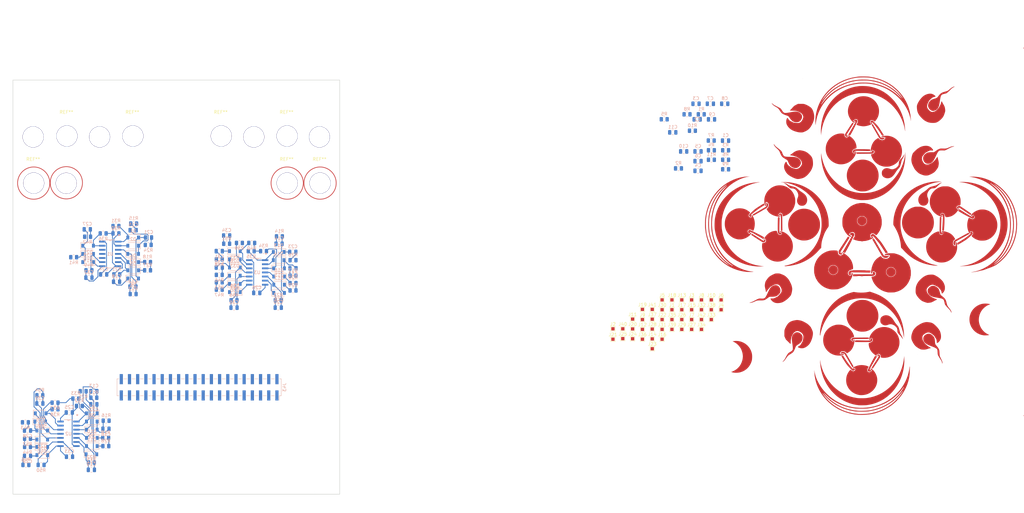
<source format=kicad_pcb>
(kicad_pcb (version 20211014) (generator pcbnew)
  (layers (0 "F.Cu" signal) (31 "B.Cu" signal) (34 "B.Paste" user) (35 "F.Paste" user) (36 "B.SilkS" user "B.Silkscreen") (37 "F.SilkS" user "F.Silkscreen") (38 "B.Mask" user) (39 "F.Mask" user) (44 "Edge.Cuts" user))
  (net 0 "")
  (net 1 "Net-(D13-Pad2)")
  (net 2 "Net-(D14-Pad2)")
  (net 3 "Net-(C14-Pad1)")
  (net 4 "Net-(C14-Pad2)")
  (net 5 "Net-(C20-Pad1)")
  (net 6 "Net-(C20-Pad2)")
  (net 7 "GND")
  (net 8 "Net-(C34-Pad2)")
  (net 9 "Net-(C34-Pad1)")
  (net 10 "Net-(C36-Pad1)")
  (net 11 "Net-(C36-Pad2)")
  (net 12 "Net-(D33-Pad2)")
  (net 13 "Net-(D32-Pad2)")
  (net 14 "+12V")
  (net 15 "Net-(D7-Pad2)")
  (net 16 "Net-(D8-Pad2)")
  (net 17 "Net-(C13-Pad1)")
  (net 18 "Net-(C13-Pad2)")
  (net 19 "Net-(C19-Pad1)")
  (net 20 "Net-(C19-Pad2)")
  (net 21 "Net-(C33-Pad2)")
  (net 22 "Net-(C33-Pad1)")
  (net 23 "Net-(C35-Pad1)")
  (net 24 "Net-(C35-Pad2)")
  (net 25 "Net-(D27-Pad2)")
  (net 26 "Net-(D26-Pad2)")
  (net 27 "Net-(D1-Pad2)")
  (net 28 "Net-(D2-Pad2)")
  (net 29 "Net-(C12-Pad1)")
  (net 30 "Net-(C12-Pad2)")
  (net 31 "Net-(C18-Pad1)")
  (net 32 "Net-(C18-Pad2)")
  (net 33 "Net-(C32-Pad2)")
  (net 34 "Net-(C32-Pad1)")
  (net 38 "Net-(D21-Pad2)")
  (net 39 "LMIN8")
  (net 40 "TRIG")
  (net 41 "LMIN10")
  (net 42 "F1")
  (net 43 "F2")
  (net 44 "C2amped")
  (net 45 "F7")
  (net 46 "F8")
  (net 47 "F3")
  (net 48 "F4")
  (net 49 "LMIN7")
  (net 50 "LMIN6")
  (net 51 "LMIN3")
  (net 52 "LMIN2")
  (net 53 "LMIN1")
  (net 54 "C1amped")
  (net 55 "F5")
  (net 56 "F6")
  (net 57 "LMIN0")
  (net 58 "LMIN4")
  (net 59 "LMIN9")
  (net 60 "LMIN5")
  (net 61 "Net-(C23-Pad1)")
  (net 62 "ADC12")
  (net 63 "ADC0")
  (net 64 "ADC4")
  (net 65 "Net-(C22-Pad1)")
  (net 66 "Net-(C21-Pad1)")
  (net 67 "Net-(C15-Pad1)")
  (net 68 "ADC5")
  (net 69 "ADC1")
  (net 70 "ADC13")
  (net 71 "Net-(C17-Pad1)")
  (net 72 "Net-(C16-Pad1)")
  (net 73 "ADC14")
  (net 74 "Net-(C3-Pad1)")
  (net 75 "Net-(C2-Pad1)")
  (net 76 "Net-(C1-Pad1)")
  (net 77 "ADC3")
  (net 78 "ADC7")
  (net 79 "Net-(C4-Pad1)")
  (net 80 "Net-(C5-Pad1)")
  (net 81 "Net-(C7-Pad1)")
  (net 82 "Net-(C27-Pad1)")
  (net 83 "Net-(C28-Pad1)")
  (net 84 "ADC2")
  (net 85 "Net-(C29-Pad1)")
  (net 86 "Net-(C30-Pad1)")
  (net 87 "ADC6")
  (net 88 "Net-(C11-Pad1)")
  (net 89 "Net-(C10-Pad1)")
  (net 90 "Net-(C9-Pad1)")
  (net 91 "Net-(C8-Pad1)")
  (net 92 "Net-(C6-Pad1)")
  (net 93 "Net-(C31-Pad1)")
  (net 94 "Net-(C29-Pad2)")
  (net 95 "Net-(C28-Pad2)")
  (net 96 "Net-(C30-Pad2)")
  (net 97 "Net-(C17-Pad2)")
  (net 98 "Net-(C31-Pad2)")
  (net 99 "Net-(C27-Pad2)")
  (net 100 "Net-(C21-Pad2)")
  (net 101 "Net-(C15-Pad2)")
  (net 102 "Net-(C22-Pad2)")
  (net 103 "Net-(C16-Pad2)")
  (net 104 "Net-(C23-Pad2)")
  (net 105 "C4amped")
  (net 106 "+3V3")
  (net 108 "PWM3amped")
  (net 109 "PWM4amped")
  (net 110 "C3amped")
  (net 111 "PWM2amped")
  (net 112 "TRIGG")
  (net 115 "PWMxamped")
  (net 116 "PWM1amped")
  (footprint "TestPoint:TestPoint_Pad_1.0x1.0mm" (layer "F.Cu") (at 223.02 86.492)
    (fp_text reference "J18")
    (fp_text value "Conn_01x01")
  )
  (footprint "TestPoint:TestPoint_Pad_1.0x1.0mm" (layer "F.Cu") (at 223.02 95.642)
    (fp_text reference "J39")
    (fp_text value "Conn_01x01")
  )
  (footprint "TestPoint:TestPoint_Pad_1.0x1.0mm" (layer "F.Cu") (at 226.07 92.592)
    (fp_text reference "J26")
    (fp_text value "Conn_01x01")
  )
  (footprint "Mounting_Holes:MountingHole_3.2mm_M3" (layer "F.Cu") (at 25.898 144.178)
    (fp_text reference "REF**")
    (fp_text value "MountingHole_3.2mm_M3")
  )
  (footprint "TestPoint:TestPoint_Pad_1.0x1.0mm" (layer "F.Cu") (at 226.07 86.492)
    (fp_text reference "J13")
    (fp_text value "Conn_01x01")
  )
  (footprint "TestPoint:TestPoint_Pad_1.0x1.0mm" (layer "F.Cu") (at 207.77 95.462)
    (fp_text reference "J40")
    (fp_text value "Conn_01x01")
  )
  (footprint "new_kicad:MountingHole_6.4mm_M6WITHCIRCLE" (layer "F.Cu") (at 35.248 50.278)
    (fp_text reference "REF**")
    (fp_text value "MountingHole_6.4mm_M6")
  )
  (footprint "TestPoint:TestPoint_Pad_1.0x1.0mm" (layer "F.Cu") (at 213.87 92.592)
    (fp_text reference "J9")
    (fp_text value "Conn_01x01")
  )
  (footprint "TestPoint:TestPoint_Pad_1.0x1.0mm" (layer "F.Cu") (at 232.17 92.592)
    (fp_text reference "J42")
    (fp_text value "Conn_01x01")
  )
  (footprint "TestPoint:TestPoint_Pad_1.0x1.0mm" (layer "F.Cu") (at 213.87 89.442)
    (fp_text reference "J19")
    (fp_text value "Conn_01x01")
  )
  (footprint "TestPoint:TestPoint_Pad_1.0x1.0mm" (layer "F.Cu") (at 216.92 98.592)
    (fp_text reference "J14")
    (fp_text value "Conn_01x01")
  )
  (footprint "TestPoint:TestPoint_Pad_1.0x1.0mm" (layer "F.Cu") (at 226.07 95.642)
    (fp_text reference "J29")
    (fp_text value "Conn_01x01")
  )
  (footprint "Mounting_Holes:MountingHole_3.2mm_M3" (layer "F.Cu") (at 25.998 21.778)
    (fp_text reference "REF**")
    (fp_text value "MountingHole_3.2mm_M3")
  )
  (footprint "Mounting_Holes:MountingHole_6.4mm_M6" (layer "F.Cu") (at 93.348 35.678)
    (fp_text reference "REF**")
    (fp_text value "MountingHole_6.4mm_M6")
  )
  (footprint "TestPoint:TestPoint_Pad_1.0x1.0mm" (layer "F.Cu") (at 219.97 86.492)
    (fp_text reference "J5")
    (fp_text value "Conn_01x01")
  )
  (footprint "TestPoint:TestPoint_Pad_1.0x1.0mm" (layer "F.Cu") (at 229.12 86.492)
    (fp_text reference "J3")
    (fp_text value "Conn_01x01")
  )
  (footprint "TestPoint:TestPoint_Pad_1.0x1.0mm" (layer "F.Cu") (at 232.17 89.542)
    (fp_text reference "J32")
    (fp_text value "Conn_01x01")
  )
  (footprint "new_kicad:MountingHole_6.4mm_M6sin" (layer "F.Cu") (at 35.248 35.678)
    (fp_text reference "REF**")
    (fp_text value "MountingHole_6.4mm_M6")
  )
  (footprint "TestPoint:TestPoint_Pad_1.0x1.0mm" (layer "F.Cu") (at 216.92 101.642)
    (fp_text reference "J23")
    (fp_text value "Conn_01x01")
  )
  (footprint "new_kicad:MountingHole_6.4mm_M6sin" (layer "F.Cu") (at 83.108 35.678)
    (fp_text reference "REF**")
    (fp_text value "MountingHole_6.4mm_M6")
  )
  (footprint "TestPoint:TestPoint_Pad_1.0x1.0mm" (layer "F.Cu") (at 238.27 89.542)
    (fp_text reference "J4")
    (fp_text value "Conn_01x01")
  )
  (footprint "TestPoint:TestPoint_Pad_1.0x1.0mm" (layer "F.Cu") (at 232.17 95.642)
    (fp_text reference "J34")
    (fp_text value "Conn_01x01")
  )
  (footprint "TestPoint:TestPoint_Pad_1.0x1.0mm" (layer "F.Cu") (at 216.92 89.442)
    (fp_text reference "J41")
    (fp_text value "Conn_01x01")
  )
  (footprint "TestPoint:TestPoint_Pad_1.0x1.0mm" (layer "F.Cu") (at 213.87 98.692)
    (fp_text reference "J36")
    (fp_text value "Conn_01x01")
  )
  (footprint "new_kicad:MountingHole_6.4mm_M6xx" (layer "F.Cu") (at 103.548 50.278)
    (fp_text reference "REF**")
    (fp_text value "MountingHole_6.4mm_M6")
  )
  (footprint "TestPoint:TestPoint_Pad_1.0x1.0mm" (layer "F.Cu") (at 229.12 92.592)
    (fp_text reference "J7")
    (fp_text value "Conn_01x01")
  )
  (footprint "TestPoint:TestPoint_Pad_1.0x1.0mm" (layer "F.Cu") (at 210.82 98.552)
    (fp_text reference "J24")
    (fp_text value "Conn_01x01")
  )
  (footprint "TestPoint:TestPoint_Pad_1.0x1.0mm" (layer "F.Cu") (at 229.12 89.542)
    (fp_text reference "J15")
    (fp_text value "Conn_01x01")
  )
  (footprint "TestPoint:TestPoint_Pad_1.0x1.0mm" (layer "F.Cu") (at 207.77 98.512)
    (fp_text reference "J25")
    (fp_text value "Conn_01x01")
  )
  (footprint "Mounting_Holes:MountingHole_3.2mm_M3" (layer "F.Cu") (at 112.348 21.778)
    (fp_text reference "REF**")
    (fp_text value "MountingHole_3.2mm_M3")
  )
  (footprint "new_kicad:MountingHole_6.4mm_M6sin" (layer "F.Cu") (at 55.698 35.678)
    (fp_text reference "REF**")
    (fp_text value "MountingHole_6.4mm_M6")
  )
  (footprint "TestPoint:TestPoint_Pad_1.0x1.0mm" (layer "F.Cu") (at 213.87 95.642)
    (fp_text reference "J12")
    (fp_text value "Conn_01x01")
  )
  (footprint "Mounting_Holes:MountingHole_6.4mm_M6" (layer "F.Cu") (at 113.708 35.678)
    (fp_text reference "REF**")
    (fp_text value "MountingHole_6.4mm_M6")
  )
  (footprint "TestPoint:TestPoint_Pad_1.0x1.0mm" (layer "F.Cu") (at 226.07 89.542)
    (fp_text reference "J17")
    (fp_text value "Conn_01x01")
  )
  (footprint "TestPoint:TestPoint_Pad_1.0x1.0mm" (layer "F.Cu") (at 219.97 95.642)
    (fp_text reference "J31")
    (fp_text value "Conn_01x01")
  )
  (footprint "TestPoint:TestPoint_Pad_1.0x1.0mm" (layer "F.Cu") (at 229.12 95.642)
    (fp_text reference "J27")
    (fp_text value "Conn_01x01")
  )
  (footprint "TestPoint:TestPoint_Pad_1.0x1.0mm" (layer "F.Cu") (at 235.22 89.542)
    (fp_text reference "J38")
    (fp_text value "Conn_01x01")
  )
  (footprint "Mounting_Holes:MountingHole_6.4mm_M6" (layer "F.Cu") (at 45.548 35.678)
    (fp_text reference "REF**")
    (fp_text value "MountingHole_6.4mm_M6")
  )
  (footprint "TestPoint:TestPoint_Pad_1.0x1.0mm" (layer "F.Cu") (at 219.97 92.592)
    (fp_text reference "J22")
    (fp_text value "Conn_01x01")
  )
  (footprint "new_kicad:MountingHole_6.4mm_M6sin" (layer "F.Cu") (at 103.518 35.678)
    (fp_text reference "REF**")
    (fp_text value "MountingHole_6.4mm_M6")
  )
  (footprint "TestPoint:TestPoint_Pad_1.0x1.0mm" (layer "F.Cu") (at 223.02 92.592)
    (fp_text reference "J35")
    (fp_text value "Conn_01x01")
  )
  (footprint "NEWtestpanelfilled:panel_moved2024" (layer "F.Cu") (at 281.432 59.69)
    (fp_text reference "G***" hide)
    (fp_text value "LOGO" hide)
  )
  (footprint "new_kicad:MountingHole_6.4mm_M6xx" (layer "F.Cu") (at 24.948 50.278)
    (fp_text reference "REF**")
    (fp_text value "MountingHole_6.4mm_M6xx")
  )
  (footprint "TestPoint:TestPoint_Pad_1.0x1.0mm" (layer "F.Cu") (at 232.17 86.492)
    (fp_text reference "J8")
    (fp_text value "Conn_01x01")
  )
  (footprint "TestPoint:TestPoint_Pad_1.0x1.0mm" (layer "F.Cu") (at 235.22 86.492)
    (fp_text reference "J10")
    (fp_text value "Conn_01x01")
  )
  (footprint "TestPoint:TestPoint_Pad_1.0x1.0mm" (layer "F.Cu") (at 219.97 89.542)
    (fp_text reference "J30")
    (fp_text value "Conn_01x01")
  )
  (footprint "new_kicad:MountingHole_6.4mm_M6xx" (layer "F.Cu") (at 113.748 50.278)
    (fp_text reference "REF**")
    (fp_text value "MountingHole_6.4mm_M6xx")
  )
  (footprint "TestPoint:TestPoint_Pad_1.0x1.0mm" (layer "F.Cu") (at 223.02 89.542)
    (fp_text reference "J1")
    (fp_text value "Conn_01x01")
  )
  (footprint "Mounting_Holes:MountingHole_6.4mm_M6" (layer "F.Cu") (at 24.938 35.678)
    (fp_text reference "REF**")
    (fp_text value "MountingHole_6.4mm_M6")
  )
  (footprint "TestPoint:TestPoint_Pad_1.0x1.0mm" (layer "F.Cu") (at 216.92 95.542)
    (fp_text reference "J28")
    (fp_text value "Conn_01x01")
  )
  (footprint "TestPoint:TestPoint_Pad_1.0x1.0mm" (layer "F.Cu") (at 204.72 98.692)
    (fp_text reference "J21")
    (fp_text value "Conn_01x01")
  )
  (footprint "TestPoint:TestPoint_Pad_1.0x1.0mm" (layer "F.Cu") (at 219.97 98.692)
    (fp_text reference "J16")
    (fp_text value "Conn_01x01")
  )
  (footprint "TestPoint:TestPoint_Pad_1.0x1.0mm" (layer "F.Cu") (at 204.72 95.462)
    (fp_text reference "J2")
    (fp_text value "Conn_01x01")
  )
  (footprint "TestPoint:TestPoint_Pad_1.0x1.0mm" (layer "F.Cu") (at 210.82 95.502)
    (fp_text reference "J20")
    (fp_text value "Conn_01x01")
  )
  (footprint "TestPoint:TestPoint_Pad_1.0x1.0mm" (layer "F.Cu") (at 210.82 92.452)
    (fp_text reference "J11")
    (fp_text value "Conn_01x01")
  )
  (footprint "Mounting_Holes:MountingHole_3.2mm_M3" (layer "F.Cu") (at 112.298 144.128)
    (fp_text reference "REF**")
    (fp_text value "MountingHole_3.2mm_M3")
  )
  (footprint "TestPoint:TestPoint_Pad_1.0x1.0mm" (layer "F.Cu") (at 238.27 86.492)
    (fp_text reference "J6")
    (fp_text value "Conn_01x01")
  )
  (footprint "TestPoint:TestPoint_Pad_1.0x1.0mm" (layer "F.Cu") (at 216.92 92.492)
    (fp_text reference "J37")
    (fp_text value "Conn_01x01")
  )
  (footprint "TestPoint:TestPoint_Pad_1.0x1.0mm" (layer "F.Cu") (at 235.22 92.592)
    (fp_text reference "J33")
    (fp_text value "Conn_01x01")
  )
  (footprint "Resistor_SMD:R_0805_2012Metric" (layer "B.Cu") (at 235.244 43.044 180)
    (fp_text reference "R11")
    (fp_text value "47K")
  )
  (footprint "Capacitor_SMD:C_0805_2012Metric" (layer "B.Cu") (at 234.93 25.676 180)
    (fp_text reference "C7")
    (fp_text value "10nF")
  )
  (footprint "Capacitor_SMD:C_0805_2012Metric" (layer "B.Cu") (at 42.9912 139.192 180)
    (fp_text reference "C19")
    (fp_text value "1nF")
  )
  (footprint "Resistor_SMD:R_0805_2012Metric" (layer "B.Cu") (at 101.2971 66.802 180)
    (fp_text reference "R14")
    (fp_text value "4M7")
  )
  (footprint "Resistor_SMD:R_0805_2012Metric" (layer "B.Cu") (at 31.7227 118.364)
    (fp_text reference "R37")
    (fp_text value "22M")
  )
  (footprint "Resistor_SMD:R_0805_2012Metric" (layer "B.Cu") (at 82.6516 73.914)
    (fp_text reference "R48")
    (fp_text value "47K")
  )
  (footprint "Resistor_SMD:R_0805_2012Metric" (layer "B.Cu") (at 92.7081 68.834)
    (fp_text reference "R40")
    (fp_text value "22M")
  )
  (footprint "Diode_SMD:D_SOD-123" (layer "B.Cu") (at 101.0656 71.628 180)
    (fp_text reference "D13")
    (fp_text value "1N914")
  )
  (footprint "Capacitor_SMD:C_0805_2012Metric" (layer "B.Cu") (at 55.877301 82.395101 180)
    (fp_text reference "C12")
    (fp_text value "1nF")
  )
  (footprint "Resistor_SMD:R_0805_2012Metric" (layer "B.Cu") (at 43.7532 116.84 180)
    (fp_text reference "R13")
    (fp_text value "4M7")
  )
  (footprint "Diode_SMD:D_SOD-123" (layer "B.Cu") (at 101.1936 81.788 180)
    (fp_text reference "D17")
    (fp_text value "1N914")
  )
  (footprint "Diode_SMD:D_SOD-123" (layer "B.Cu") (at 87.4776 76.454 180)
    (fp_text reference "D28")
    (fp_text value "1N914")
  )
  (footprint "Capacitor_SMD:C_0805_2012Metric" (layer "B.Cu") (at 231.1015 43.464 180)
    (fp_text reference "C6")
    (fp_text value "10nF")
  )
  (footprint "Resistor_SMD:R_0805_2012Metric" (layer "B.Cu") (at 84.9376 69.088 180)
    (fp_text reference "R51")
    (fp_text value "4M7")
  )
  (footprint "Resistor_SMD:R_0805_2012Metric" (layer "B.Cu") (at 100.9396 86.614 180)
    (fp_text reference "R23")
    (fp_text value "4M7")
  )
  (footprint "Diode_SMD:D_SOD-123" (layer "B.Cu") (at 87.4776 84.074 180)
    (fp_text reference "D31")
    (fp_text value "1N914")
  )
  (footprint "Resistor_SMD:R_0805_2012Metric" (layer "B.Cu") (at 46.648801 65.885101)
    (fp_text reference "R36")
    (fp_text value "22M")
  )
  (footprint "Diode_SMD:D_SOD-123" (layer "B.Cu") (at 27.1262 124.206)
    (fp_text reference "D27")
    (fp_text value "1N914")
  )
  (footprint "Resistor_SMD:R_0805_2012Metric" (layer "B.Cu") (at 27.0002 116.078 180)
    (fp_text reference "R54")
    (fp_text value "4M7")
  )
  (footprint "Capacitor_SMD:C_0805_2012Metric" (layer "B.Cu") (at 235.286 30.51 180)
    (fp_text reference "C9")
    (fp_text value "10nF")
  )
  (footprint "Diode_SMD:D_SOD-123" (layer "B.Cu") (at 41.973301 74.775101 180)
    (fp_text reference "D20")
    (fp_text value "1N914")
  )
  (footprint "Resistor_SMD:R_0805_2012Metric" (layer "B.Cu") (at 239.654 40.094 180)
    (fp_text reference "R3")
    (fp_text value "47K")
  )
  (footprint "Resistor_SMD:R_0805_2012Metric" (layer "B.Cu") (at 82.6516 78.74)
    (fp_text reference "R46")
    (fp_text value "47K")
  )
  (footprint "Capacitor_SMD:C_0805_2012Metric" (layer "B.Cu") (at 94.2696 84.328 180)
    (fp_text reference "C26")
    (fp_text value "100nF")
  )
  (footprint "Capacitor_SMD:C_0805_2012Metric" (layer "B.Cu") (at 43.7532 114.808 180)
    (fp_text reference "C13")
    (fp_text value "1nF")
  )
  (footprint "Diode_SMD:D_SOD-123" (layer "B.Cu") (at 27.7622 127 180)
    (fp_text reference "D22")
    (fp_text value "1N914")
  )
  (footprint "Diode_SMD:D_SOD-123" (layer "B.Cu") (at 55.943301 72.235101)
    (fp_text reference "D3")
    (fp_text value "1N914")
  )
  (footprint "Resistor_SMD:R_0805_2012Metric" (layer "B.Cu") (at 38.1652 117.094 180)
    (fp_text reference "R33")
    (fp_text value "22M")
  )
  (footprint "Resistor_SMD:R_0805_2012Metric" (layer "B.Cu") (at 96.3676 71.374 180)
    (fp_text reference "R34")
    (fp_text value "22M")
  )
  (footprint "Capacitor_SMD:C_0805_2012Metric" (layer "B.Cu") (at 105.4456 71.628 180)
    (fp_text reference "C23")
    (fp_text value "22pF")
  )
  (footprint "Resistor_SMD:R_0805_2012Metric" (layer "B.Cu") (at 88.8981 68.834)
    (fp_text reference "R39")
    (fp_text value "22M")
  )
  (footprint "Diode_SMD:D_SOD-123" (layer "B.Cu") (at 43.1302 129.286 180)
    (fp_text reference "D10")
    (fp_text value "1N914")
  )
  (footprint "Capacitor_SMD:C_0805_2012Metric" (layer "B.Cu") (at 36.2102 135.128 180)
    (fp_text reference "C33")
    (fp_text value "1nF")
  )
  (footprint "Resistor_SMD:R_0805_2012Metric" (layer "B.Cu") (at 105.5116 81.28 180)
    (fp_text reference "R20")
    (fp_text value "33K")
  )
  (footprint "Resistor_SMD:R_0805_2012Metric" (layer "B.Cu") (at 82.6516 81.026)
    (fp_text reference "R53")
    (fp_text value "33K")
  )
  (footprint "Capacitor_SMD:C_0805_2012Metric" (layer "B.Cu") (at 82.6516 76.454 180)
    (fp_text reference "C30")
    (fp_text value "22pF")
  )
  (footprint "Resistor_SMD:R_0805_2012Metric" (layer "B.Cu") (at 60.411801 74.775101 180)
    (fp_text reference "R18")
    (fp_text value "33K")
  )
  (footprint "Capacitor_SMD:C_0805_2012Metric" (layer "B.Cu") (at 82.6516 71.374)
    (fp_text reference "C31")
    (fp_text value "22pF")
  )
  (footprint "Diode_SMD:D_SOD-123" (layer "B.Cu") (at 101.1936 84.328)
    (fp_text reference "D18")
    (fp_text value "1N914")
  )
  (footprint "Resistor_SMD:R_0805_2012Metric" (layer "B.Cu") (at 92.5576 71.374)
    (fp_text reference "R35")
    (fp_text value "22M")
  )
  (footprint "Resistor_SMD:R_0805_2012Metric" (layer "B.Cu") (at 232.106 28.948 180)
    (fp_text reference "R1")
    (fp_text value "47K")
  )
  (footprint "Diode_SMD:D_SOD-123" (layer "B.Cu") (at 55.943301 79.855101)
    (fp_text reference "D6")
    (fp_text value "1N914")
  )
  (footprint "Resistor_SMD:R_0805_2012Metric" (layer "B.Cu") (at 239.654 43.044 180)
    (fp_text reference "R6")
    (fp_text value "47K")
  )
  (footprint "Capacitor_SMD:C_0805_2012Metric" (layer "B.Cu") (at 27.0002 118.618 180)
    (fp_text reference "C35")
    (fp_text value "1nF")
  )
  (footprint "Resistor_SMD:R_0805_2012Metric" (layer "B.Cu") (at 227.696 28.948 180)
    (fp_text reference "R8")
    (fp_text value "47K")
  )
  (footprint "Capacitor_SMD:C_0805_2012Metric" (layer "B.Cu") (at 36.1442 121.412 180)
    (fp_text reference "C25")
    (fp_text value "100nF")
  )
  (footprint "Capacitor_SMD:C_0805_2012Metric" (layer "B.Cu") (at 101.1936 69.088 180)
    (fp_text reference "C14")
    (fp_text value "1nF")
  )
  (footprint "Resistor_SMD:R_0805_2012Metric" (layer "B.Cu") (at 235.204 37.084 180)
    (fp_text reference "R7")
    (fp_text value "47K")
  )
  (footprint "Diode_SMD:D_SOD-123" (layer "B.Cu") (at 27.7622 132.08)
    (fp_text reference "D24")
    (fp_text value "1N914")
  )
  (footprint "Capacitor_SMD:C_0805_2012Metric" (layer "B.Cu") (at 239.634 37.114 180)
    (fp_text reference "C1")
    (fp_text value "10nF")
  )
  (footprint "Diode_SMD:D_SOD-123" (layer "B.Cu") (at 101.0656 74.168 180)
    (fp_text reference "D14")
    (fp_text value "1N914")
  )
  (footprint "Capacitor_SMD:C_0805_2012Metric" (layer "B.Cu") (at 84.9376 66.548 180)
    (fp_text reference "C34")
    (fp_text value "1nF")
  )
  (footprint "Diode_SMD:D_SOD-123" (layer "B.Cu") (at 87.4776 71.374)
    (fp_text reference "D32")
    (fp_text value "1N914")
  )
  (footprint "Capacitor_SMD:C_0805_2012Metric" (layer "B.Cu") (at 43.7532 118.872)
    (fp_text reference "C22")
    (fp_text value "22pF")
  )
  (footprint "Capacitor_SMD:C_0805_2012Metric" (layer "B.Cu") (at 231.1015 46.474 180)
    (fp_text reference "C4")
    (fp_text value "10nF")
  )
  (footprint "Capacitor_SMD:C_0805_2012Metric" (layer "B.Cu") (at 223.266 34.544 180)
    (fp_text reference "C11")
    (fp_text value "10nF")
  )
  (footprint "Capacitor_SMD:C_0805_2012Metric" (layer "B.Cu") (at 23.1902 127)
    (fp_text reference "C28")
    (fp_text value "22pF")
  )
  (footprint "Resistor_SMD:R_0805_2012Metric" (layer "B.Cu") (at 87.2236 86.614 180)
    (fp_text reference "R55")
    (fp_text value "4M7")
  )
  (footprint "Diode_SMD:D_SOD-123" (layer "B.Cu") (at 55.943301 77.315101 180)
    (fp_text reference "D5")
    (fp_text value "1N914")
  )
  (footprint "Capacitor_SMD:C_0805_2012Metric" (layer "B.Cu") (at 50.797301 80.871101 180)
    (fp_text reference "C18")
    (fp_text value "1nF")
  )
  (footprint "Resistor_SMD:R_0805_2012Metric" (layer "B.Cu") (at 229.362 34.036 180)
    (fp_text reference "R10")
    (fp_text value "47K")
  )
  (footprint "Resistor_SMD:R_0805_2012Metric" (layer "B.Cu") (at 50.609301 65.885101 180)
    (fp_text reference "R30")
    (fp_text value "22M")
  )
  (footprint "Resistor_SMD:R_0805_2012Metric" (layer "B.Cu") (at 22.6822 137.668 180)
    (fp_text reference "R45")
    (fp_text value "47K")
  )
  (footprint "Capacitor_SMD:C_0805_2012Metric" (layer "B.Cu") (at 42.227301 79.601101 180)
    (fp_text reference "C32")
    (fp_text value "1nF")
  )
  (footprint "Capacitor_SMD:C_0805_2012Metric" (layer "B.Cu") (at 87.2236 88.9 180)
    (fp_text reference "C36")
    (fp_text value "1nF")
  )
  (footprint "Capacitor_SMD:C_0805_2012Metric" (layer "B.Cu") (at 60.703301 67.155101 180)
    (fp_text reference "C21")
    (fp_text value "22pF")
  )
  (footprint "Capacitor_SMD:C_0805_2012Metric" (layer "B.Cu") (at 230.836 30.51 180)
    (fp_text reference "C2")
    (fp_text value "10nF")
  )
  (footprint "Connector_PinHeader_2.54mm:PinHeader_2x20_P2.54mm_Vertical_SMD" (layer "B.Cu") (at 76.398 113.593 90)
    (fp_text reference "J43")
    (fp_text value "Conn_02x20_Counter_Clockwise")
  )
  (footprint "Capacitor_SMD:C_0805_2012Metric" (layer "B.Cu") (at 230.48 25.676 180)
    (fp_text reference "C3")
    (fp_text value "10nF")
  )
  (footprint "Capacitor_SMD:C_0805_2012Metric" (layer "B.Cu") (at 47.5082 126.492)
    (fp_text reference "C16")
    (fp_text value "22pF")
  )
  (footprint "Capacitor_SMD:C_0805_2012Metric" (layer "B.Cu") (at 55.943301 64.869101 180)
    (fp_text reference "C15")
    (fp_text value "22pF")
  )
  (footprint "Resistor_SMD:R_0805_2012Metric" (layer "B.Cu") (at 56.093801 62.837101 180)
    (fp_text reference "R15")
    (fp_text value "47K")
  )
  (footprint "Diode_SMD:D_SOD-123" (layer "B.Cu") (at 87.4776 78.994)
    (fp_text reference "D29")
    (fp_text value "1N914")
  )
  (footprint "Resistor_SMD:R_0805_2012Metric" (layer "B.Cu") (at 39.2957 119.38 180)
    (fp_text reference "R32")
    (fp_text value "22M")
  )
  (footprint "Capacitor_SMD:C_0805_2012Metric" (layer "B.Cu") (at 23.1902 134.874)
    (fp_text reference "C29")
    (fp_text value "22pF")
  )
  (footprint "Diode_SMD:D_SOD-123" (layer "B.Cu") (at 43.1302 126.746)
    (fp_text reference "D9")
    (fp_text value "1N914")
  )
  (footprint "Capacitor_SMD:C_0805_2012Metric" (layer "B.Cu") (at 105.5116 76.708)
    (fp_text reference "C17")
    (fp_text value "22pF")
  )
  (footprint "Capacitor_SMD:C_0805_2012Metric" (layer "B.Cu") (at 41.719301 64.615101 180)
    (fp_text reference "C27")
    (fp_text value "22pF")
  )
  (footprint "Resistor_SMD:R_0805_2012Metric" (layer "B.Cu") (at 22.5317 124.46)
    (fp_text reference "R43")
    (fp_text value "47K")
  )
  (footprint "Capacitor_SMD:C_0805_2012Metric" (layer "B.Cu") (at 46.799301 78.585101 180)
    (fp_text reference "C24")
    (fp_text value "100nF")
  )
  (footprint "Resistor_SMD:R_0805_2012Metric" (layer "B.Cu") (at 47.4707 131.826 180)
    (fp_text reference "R28")
    (fp_text value "33K")
  )
  (footprint "Diode_SMD:D_SOD-123" (layer "B.Cu") (at 55.943301 69.695101 180)
    (fp_text reference "D2")
    (fp_text value "1N914")
  )
  (footprint "Diode_SMD:D_SOD-123" (layer "B.Cu") (at 101.1936 76.708)
    (fp_text reference "D15")
    (fp_text value "1N914")
  )
  (footprint "Diode_SMD:D_SOD-123" (layer "B.Cu") (at 55.943301 67.155101 180)
    (fp_text reference "D1")
    (fp_text value "1N914")
  )
  (footprint "Resistor_SMD:R_0805_2012Metric" (layer "B.Cu") (at 27.4047 137.668)
    (fp_text reference "R50")
    (fp_text value "4M7")
  )
  (footprint "Resistor_SMD:R_0805_2012Metric" (layer "B.Cu") (at 220.6225 30.48 180)
    (fp_text reference "R5")
    (fp_text value "47K")
  )
  (footprint "Capacitor_SMD:C_0805_2012Metric" (layer "B.Cu") (at 231.1015 40.454 180)
    (fp_text reference "C5")
    (fp_text value "10nF")
  )
  (footprint "Capacitor_SMD:C_0805_2012Metric" (layer "B.Cu") (at 100.9396 88.9 180)
    (fp_text reference "C20")
    (fp_text value "1nF")
  )
  (footprint "Diode_SMD:D_SOD-123" (layer "B.Cu") (at 87.4776 81.534)
    (fp_text reference "D30")
    (fp_text value "1N914")
  )
  (footprint "Resistor_SMD:R_0805_2012Metric" (layer "B.Cu") (at 55.943301 84.681101 180)
    (fp_text reference "R12")
    (fp_text value "4M7")
  )
  (footprint "Diode_SMD:D_SOD-123" (layer "B.Cu") (at 27.7622 129.794)
    (fp_text reference "D23")
    (fp_text value "1N914")
  )
  (footprint "Resistor_SMD:R_0805_2012Metric" (layer "B.Cu") (at 105.5116 74.168 180)
    (fp_text reference "R26")
    (fp_text value "47K")
  )
  (footprint "Resistor_SMD:R_0805_2012Metric" (layer "B.Cu") (at 60.411801 77.315101 180)
    (fp_text reference "R27")
    (fp_text value "33K")
  )
  (footprint "Resistor_SMD:R_0805_2012Metric" (layer "B.Cu") (at 37.504801 73.251101)
    (fp_text reference "R41")
    (fp_text value "33K")
  )
  (footprint "Resistor_SMD:R_0805_2012Metric" (layer "B.Cu") (at 105.5116 78.994 180)
    (fp_text reference "R17")
    (fp_text value "47K")
  )
  (footprint "Resistor_SMD:R_0805_2012Metric" (layer "B.Cu") (at 50.863301 78.585101 180)
    (fp_text reference "R21")
    (fp_text value "4M7")
  )
  (footprint "Resistor_SMD:R_0805_2012Metric" (layer "B.Cu") (at 23.1902 129.54)
    (fp_text reference "R52")
    (fp_text value "33K")
  )
  (footprint "Diode_SMD:D_SOD-123" (layer "B.Cu") (at 101.1936 79.248 180)
    (fp_text reference "D16")
    (fp_text value "1N914")
  )
  (footprint "Resistor_SMD:R_0805_2012Metric" (layer "B.Cu") (at 82.6516 83.312)
    (fp_text reference "R47")
    (fp_text value "33K")
  )
  (footprint "Diode_SMD:D_SOD-123" (layer "B.Cu") (at 43.0022 134.366)
    (fp_text reference "D12")
    (fp_text value "1N914")
  )
  (footprint "Resistor_SMD:R_0805_2012Metric" (layer "B.Cu") (at 239.654 45.994 180)
    (fp_text reference "R9")
    (fp_text value "47K")
  )
  (footprint "Capacitor_SMD:C_0805_2012Metric" (layer "B.Cu") (at 239.38 25.676 180)
    (fp_text reference "C8")
    (fp_text value "10nF")
  )
  (footprint "Diode_SMD:D_SOD-123" (layer "B.Cu") (at 55.943301 74.775101 180)
    (fp_text reference "D4")
    (fp_text value "1N914")
  )
  (footprint "Diode_SMD:D_SOD-123" (layer "B.Cu") (at 41.973301 72.235101)
    (fp_text reference "D19")
    (fp_text value "1N914")
  )
  (footprint "Resistor_SMD:R_0805_2012Metric" (layer "B.Cu") (at 42.9912 136.906 180)
    (fp_text reference "R22")
    (fp_text value "4M7")
  )
  (footprint "Diode_SMD:D_SOD-123" (layer "B.Cu") (at 27.7622 134.62 180)
    (fp_text reference "D25")
    (fp_text value "1N914")
  )
  (footprint "Diode_SMD:D_SOD-123" (layer "B.Cu") (at 43.1302 121.666 180)
    (fp_text reference "D7")
    (fp_text value "1N914")
  )
  (footprint "Resistor_SMD:R_0805_2012Metric" (layer "B.Cu") (at 23.1902 132.08)
    (fp_text reference "R44")
    (fp_text value "33K")
  )
  (footprint "Diode_SMD:D_SOD-123" (layer "B.Cu") (at 27.2542 121.666)
    (fp_text reference "D26")
    (fp_text value "1N914")
  )
  (footprint "Resistor_SMD:R_0805_2012Metric" (layer "B.Cu") (at 47.4237 129.286 180)
    (fp_text reference "R19")
    (fp_text value "33K")
  )
  (footprint "Diode_SMD:D_SOD-123" (layer "B.Cu") (at 43.1302 131.826 180)
    (fp_text reference "D11")
    (fp_text value "1N914")
  )
  (footprint "Capacitor_SMD:C_0805_2012Metric" (layer "B.Cu") (at 226.6515 40.454 180)
    (fp_text reference "C10")
    (fp_text value "10nF")
  )
  (footprint "new_kicad:D14" (layer "B.Cu") (at 48.831301 72.235101 180)
    (fp_text reference "U1")
    (fp_text value "LM3900D")
  )
  (footprint "Resistor_SMD:R_0805_2012Metric" (layer "B.Cu") (at 41.822801 66.901101)
    (fp_text reference "R42")
    (fp_text value "47K")
  )
  (footprint "Resistor_SMD:R_0805_2012Metric" (layer "B.Cu") (at 47.5742 123.952 180)
    (fp_text reference "R16")
    (fp_text value "47K")
  )
  (footprint "Resistor_SMD:R_0805_2012Metric" (layer "B.Cu") (at 105.5116 83.566 180)
    (fp_text reference "R29")
    (fp_text value "33K")
  )
  (footprint "Diode_SMD:D_SOD-123" (layer "B.Cu") (at 43.1302 124.206 180)
    (fp_text reference "D8")
    (fp_text value "1N914")
  )
  (footprint "Resistor_SMD:R_0805_2012Metric" (layer "B.Cu") (at 42.227301 77.315101 180)
    (fp_text reference "R49")
    (fp_text value "4M7")
  )
  (footprint "new_kicad:D14" (layer "B.Cu") (at 35.8902 128.016 180)
    (fp_text reference "U2")
    (fp_text value "LM3900D")
  )
  (footprint "Resistor_SMD:R_0805_2012Metric" (layer "B.Cu") (at 60.618801 69.441101)
    (fp_text reference "R24")
    (fp_text value "47K")
  )
  (footprint "Diode_SMD:D_SOD-123" (layer "B.Cu") (at 41.973301 69.695101)
    (fp_text reference "D21")
    (fp_text value "1N914")
  )
  (footprint "Resistor_SMD:R_0805_2012Metric" (layer "B.Cu") (at 235.244 40.094 180)
    (fp_text reference "R4")
    (fp_text value "47K")
  )
  (footprint "Resistor_SMD:R_0805_2012Metric" (layer "B.Cu") (at 31.7227 120.396)
    (fp_text reference "R38")
    (fp_text value "22M")
  )
  (footprint "Resistor_SMD:R_0805_2012Metric" (layer "B.Cu") (at 40.4512 114.808)
    (fp_text reference "R25")
    (fp_text value "47K")
  )
  (footprint "Resistor_SMD:R_0805_2012Metric" (layer "B.Cu") (at 225.044 45.72 180)
    (fp_text reference "R2")
    (fp_text value "47K")
  )
  (footprint "Diode_SMD:D_SOD-123" (layer "B.Cu") (at 87.4776 73.914)
    (fp_text reference "D33")
    (fp_text value "1N914")
  )
  (footprint "Resistor_SMD:R_0805_2012Metric" (layer "B.Cu") (at 50.609301 63.599101 180)
    (fp_text reference "R31")
    (fp_text value "22M")
  )
  (footprint "new_kicad:D14" (layer "B.Cu") (at 94.4118 77.978 180)
    (fp_text reference "U3")
    (fp_text value "LM3900D")
  )
  (gr_rect (start 18.668 18.328) (end 119.998 146.748) (layer "Edge.Cuts") (width 0.15) (fill none))
  (segment (start 96.8756 74.168) (end 94.4391 74.168) (width 0.25) (layer "B.Cu") (net 1))
  (segment (start 94.4391 74.168) (end 91.6451 71.374) (width 0.25) (layer "B.Cu") (net 1))
  (segment (start 96.8756 74.168) (end 99.4156 71.628) (width 0.25) (layer "B.Cu") (net 1))
  (segment (start 96.8756 75.438) (end 98.1456 75.438) (width 0.25) (layer "B.Cu") (net 2))
  (segment (start 99.4156 73.152) (end 100.4316 72.136) (width 0.25) (layer "B.Cu") (net 2))
  (segment (start 98.1456 75.438) (end 99.4156 74.168) (width 0.25) (layer "B.Cu") (net 2))
  (segment (start 99.4156 74.168) (end 99.4156 73.152) (width 0.25) (layer "B.Cu") (net 2))
  (segment (start 100.4316 70.944) (end 100.1906 70.703) (width 0.25) (layer "B.Cu") (net 2))
  (segment (start 97.9511 70.703) (end 97.2801 71.374) (width 0.25) (layer "B.Cu") (net 2))
  (segment (start 100.1906 70.703) (end 97.9511 70.703) (width 0.25) (layer "B.Cu") (net 2))
  (segment (start 100.4316 72.136) (end 100.4316 70.944) (width 0.25) (layer "B.Cu") (net 2))
  (segment (start 99.5436 76.708) (end 100.1906 76.061) (width 0.25) (layer "B.Cu") (net 3))
  (segment (start 100.1906 76.061) (end 100.1906 73.243) (width 0.25) (layer "B.Cu") (net 3))
  (segment (start 100.1906 73.243) (end 101.9406 71.493) (width 0.25) (layer "B.Cu") (net 3))
  (segment (start 102.1436 66.868) (end 102.2096 66.802) (width 0.25) (layer "B.Cu") (net 3))
  (segment (start 101.9406 69.291) (end 102.1436 69.088) (width 0.25) (layer "B.Cu") (net 3))
  (segment (start 102.1436 69.088) (end 102.1436 66.868) (width 0.25) (layer "B.Cu") (net 3))
  (segment (start 96.8756 76.708) (end 99.5436 76.708) (width 0.25) (layer "B.Cu") (net 3))
  (segment (start 101.9406 71.493) (end 101.9406 69.291) (width 0.25) (layer "B.Cu") (net 3))
  (segment (start 98.2736 77.978) (end 96.8756 77.978) (width 0.25) (layer "B.Cu") (net 4))
  (segment (start 100.3846 66.802) (end 100.3846 68.947) (width 0.25) (layer "B.Cu") (net 4))
  (segment (start 99.5436 79.248) (end 98.2736 77.978) (width 0.25) (layer "B.Cu") (net 4))
  (segment (start 100.3846 68.947) (end 100.2436 69.088) (width 0.25) (layer "B.Cu") (net 4))
  (segment (start 101.8521 86.614) (end 101.8521 84.0965) (width 0.25) (layer "B.Cu") (net 5))
  (segment (start 97.5868 79.248) (end 99.5436 81.2048) (width 0.25) (layer "B.Cu") (net 5))
  (segment (start 99.5436 81.2048) (end 99.5436 81.788) (width 0.25) (layer "B.Cu") (net 5))
  (segment (start 101.8521 88.8625) (end 101.8896 88.9) (width 0.25) (layer "B.Cu") (net 5))
  (segment (start 101.8521 86.614) (end 101.8521 88.8625) (width 0.25) (layer "B.Cu") (net 5))
  (segment (start 96.8756 79.248) (end 97.5868 79.248) (width 0.25) (layer "B.Cu") (net 5))
  (segment (start 101.8521 84.0965) (end 99.5436 81.788) (width 0.25) (layer "B.Cu") (net 5))
  (segment (start 96.8756 80.518) (end 97.5868 80.518) (width 0.25) (layer "B.Cu") (net 6))
  (segment (start 100.0271 88.8625) (end 99.9896 88.9) (width 0.25) (layer "B.Cu") (net 6))
  (segment (start 97.5868 80.518) (end 98.7686 81.6998) (width 0.25) (layer "B.Cu") (net 6))
  (segment (start 98.7686 83.553) (end 99.5436 84.328) (width 0.25) (layer "B.Cu") (net 6))
  (segment (start 100.0271 86.614) (end 100.0271 84.8115) (width 0.25) (layer "B.Cu") (net 6))
  (segment (start 98.7686 81.6998) (end 98.7686 83.553) (width 0.25) (layer "B.Cu") (net 6))
  (segment (start 100.0271 86.614) (end 100.0271 88.8625) (width 0.25) (layer "B.Cu") (net 6))
  (segment (start 100.0271 84.8115) (end 99.5436 84.328) (width 0.25) (layer "B.Cu") (net 6))
  (segment (start 81.7391 81.026) (end 81.7391 83.312) (width 0.25) (layer "B.Cu") (net 7))
  (segment (start 106.4241 81.28) (end 106.4241 83.566) (width 0.25) (layer "B.Cu") (net 7))
  (segment (start 48.3832 131.826) (end 48.3832 129.333) (width 0.25) (layer "B.Cu") (net 7))
  (segment (start 35.0812 118.364) (end 36.3512 117.094) (width 0.25) (layer "B.Cu") (net 7))
  (segment (start 49.53 66.051902) (end 49.53 74.93) (width 0.25) (layer "B.Cu") (net 7))
  (segment (start 37.2527 117.094) (end 37.3672 117.2085) (width 0.25) (layer "B.Cu") (net 7))
  (segment (start 37.0942 121.412) (end 38.3832 120.123) (width 0.25) (layer "B.Cu") (net 7))
  (segment (start 51.295101 76.045101) (end 50.289301 76.045101) (width 0.25) (layer "B.Cu") (net 7))
  (segment (start 32.6352 118.364) (end 32.6352 120.396) (width 0.25) (layer "B.Cu") (net 7))
  (segment (start 37.0384 131.2216) (end 37.6428 131.826) (width 0.25) (layer "B.Cu") (net 7))
  (segment (start 49.696801 63.599101) (end 49.696801 65.885101) (width 0.25) (layer "B.Cu") (net 7))
  (segment (start 36.3512 117.094) (end 37.2527 117.094) (width 0.25) (layer "B.Cu") (net 7))
  (segment (start 37.6428 131.826) (end 38.354 131.826) (width 0.25) (layer "B.Cu") (net 7))
  (segment (start 93.4701 69.088) (end 93.4701 71.374) (width 0.25) (layer "B.Cu") (net 7))
  (segment (start 49.696801 65.885101) (end 49.53 66.051902) (width 0.25) (layer "B.Cu") (net 7))
  (segment (start 37.0384 121.4678) (end 37.0384 131.2216) (width 0.25) (layer "B.Cu") (net 7))
  (segment (start 32.6352 118.364) (end 35.0812 118.364) (width 0.25) (layer "B.Cu") (net 7))
  (segment (start 49.696801 65.885101) (end 47.561301 65.885101) (width 0.25) (layer "B.Cu") (net 7))
  (segment (start 50.645101 76.045101) (end 51.295101 76.045101) (width 0.25) (layer "B.Cu") (net 7))
  (segment (start 49.53 74.93) (end 50.645101 76.045101) (width 0.25) (layer "B.Cu") (net 7))
  (segment (start 95.4551 71.374) (end 93.4701 71.374) (width 0.25) (layer "B.Cu") (net 7))
  (segment (start 37.3672 117.2085) (end 37.3672 121.139) (width 0.25) (layer "B.Cu") (net 7))
  (segment (start 48.3832 129.333) (end 48.3362 129.286) (width 0.25) (layer "B.Cu") (net 7))
  (segment (start 50.289301 76.045101) (end 47.749301 78.585101) (width 0.25) (layer "B.Cu") (net 7))
  (segment (start 96.8756 82.672) (end 96.8756 81.788) (width 0.25) (layer "B.Cu") (net 7))
  (segment (start 95.2196 84.328) (end 96.8756 82.672) (width 0.25) (layer "B.Cu") (net 7))
  (segment (start 61.324301 74.775101) (end 61.324301 77.315101) (width 0.25) (layer "B.Cu") (net 7))
  (segment (start 22.2777 129.54) (end 22.2777 132.08) (width 0.25) (layer "B.Cu") (net 7))
  (segment (start 37.3672 121.139) (end 37.0942 121.412) (width 0.25) (layer "B.Cu") (net 7))
  (segment (start 37.0942 121.412) (end 37.0384 121.4678) (width 0.25) (layer "B.Cu") (net 7))
  (segment (start 38.3832 120.123) (end 38.3832 119.38) (width 0.25) (layer "B.Cu") (net 7))
  (segment (start 83.9876 66.548) (end 83.9876 69.0505) (width 0.25) (layer "B.Cu") (net 8))
  (segment (start 83.9876 69.0505) (end 84.0251 69.088) (width 0.25) (layer "B.Cu") (net 8))
  (segment (start 91.4136 81.788) (end 89.1276 84.074) (width 0.25) (layer "B.Cu") (net 8))
  (segment (start 91.948 81.788) (end 91.4136 81.788) (width 0.25) (layer "B.Cu") (net 8))
  (segment (start 85.8876 69.0505) (end 85.8501 69.088) (width 0.25) (layer "B.Cu") (net 9))
  (segment (start 90.1436 80.518) (end 89.1276 81.534) (width 0.25) (layer "B.Cu") (net 9))
  (segment (start 91.948 80.518) (end 90.1436 80.518) (width 0.25) (layer "B.Cu") (net 9))
  (segment (start 85.8876 66.548) (end 85.8876 69.0505) (width 0.25) (layer "B.Cu") (net 9))
  (segment (start 89.3816 79.248) (end 89.1276 78.994) (width 0.25) (layer "B.Cu") (net 10))
  (segment (start 88.1736 86.6515) (end 88.1361 86.614) (width 0.25) (layer "B.Cu") (net 10))
  (segment (start 91.948 79.248) (end 89.3816 79.248) (width 0.25) (layer "B.Cu") (net 10))
  (segment (start 88.1361 86.614) (end 88.1361 79.9855) (width 0.25) (layer "B.Cu") (net 10))
  (segment (start 88.1736 88.9) (end 88.1736 86.6515) (width 0.25) (layer "B.Cu") (net 10))
  (segment (start 88.1361 79.9855) (end 89.1276 78.994) (width 0.25) (layer "B.Cu") (net 10))
  (segment (start 90.6516 77.978) (end 89.1276 76.454) (width 0.25) (layer "B.Cu") (net 11))
  (segment (start 87.686599 85.238501) (end 87.686599 77.895001) (width 0.25) (layer "B.Cu") (net 11))
  (segment (start 91.948 77.978) (end 90.6516 77.978) (width 0.25) (layer "B.Cu") (net 11))
  (segment (start 86.3111 86.614) (end 86.3111 88.8625) (width 0.25) (layer "B.Cu") (net 11))
  (segment (start 86.3111 88.8625) (end 86.2736 88.9) (width 0.25) (layer "B.Cu") (net 11))
  (segment (start 86.3111 86.614) (end 87.686599 85.238501) (width 0.25) (layer "B.Cu") (net 11))
  (segment (start 87.686599 77.895001) (end 89.1276 76.454) (width 0.25) (layer "B.Cu") (net 11))
  (segment (start 91.2368 76.708) (end 89.1276 74.5988) (width 0.25) (layer "B.Cu") (net 12))
  (segment (start 91.948 76.708) (end 91.2368 76.708) (width 0.25) (layer "B.Cu") (net 12))
  (segment (start 87.9856 68.834) (end 87.9856 72.772) (width 0.25) (layer "B.Cu") (net 12))
  (segment (start 87.9856 72.772) (end 89.1276 73.914) (width 0.25) (layer "B.Cu") (net 12))
  (segment (start 89.1276 74.5988) (end 89.1276 73.914) (width 0.25) (layer "B.Cu") (net 12))
  (segment (start 89.9026 72.149) (end 89.1276 71.374) (width 0.25) (layer "B.Cu") (net 13))
  (segment (start 91.2368 75.438) (end 89.9026 74.1038) (width 0.25) (layer "B.Cu") (net 13))
  (segment (start 89.2556 71.374) (end 89.1276 71.374) (width 0.25) (layer "B.Cu") (net 13))
  (segment (start 91.7956 68.834) (end 89.2556 71.374) (width 0.25) (layer "B.Cu") (net 13))
  (segment (start 89.9026 74.1038) (end 89.9026 72.149) (width 0.25) (layer "B.Cu") (net 13))
  (segment (start 91.948 75.438) (end 91.2368 75.438) (width 0.25) (layer "B.Cu") (net 13))
  (segment (start 92.598 74.168) (end 91.948 74.168) (width 0.25) (layer "B.Cu") (net 14))
  (segment (start 47.683101 69.029501) (end 47.683101 76.751301) (width 0.25) (layer "B.Cu") (net 14))
  (segment (start 33.4264 123.1798) (end 35.1942 121.412) (width 0.25) (layer "B.Cu") (net 14))
  (segment (start 33.4264 124.206) (end 33.4264 123.1798) (width 0.25) (layer "B.Cu") (net 14))
  (segment (start 93.3196 74.8896) (end 92.598 74.168) (width 0.25) (layer "B.Cu") (net 14))
  (segment (start 47.078701 68.425101) (end 47.683101 69.029501) (width 0.25) (layer "B.Cu") (net 14))
  (segment (start 46.367501 68.425101) (end 47.078701 68.425101) (width 0.25) (layer "B.Cu") (net 14))
  (segment (start 93.3196 84.328) (end 93.3196 74.8896) (width 0.25) (layer "B.Cu") (net 14))
  (segment (start 47.683101 76.751301) (end 45.849301 78.585101) (width 0.25) (layer "B.Cu") (net 14))
  (segment (start 39.0777 117.094) (end 39.0777 118.548827) (width 0.25) (layer "B.Cu") (net 15))
  (segment (start 39.3707 120.068173) (end 40.968527 121.666) (width 0.25) (layer "B.Cu") (net 15))
  (segment (start 39.0777 118.548827) (end 39.3707 118.841827) (width 0.25) (layer "B.Cu") (net 15))
  (segment (start 38.354 124.206) (end 38.9402 124.206) (width 0.25) (layer "B.Cu") (net 15))
  (segment (start 38.9402 124.206) (end 41.4802 121.666) (width 0.25) (layer "B.Cu") (net 15))
  (segment (start 40.968527 121.666) (end 41.4802 121.666) (width 0.25) (layer "B.Cu") (net 15))
  (segment (start 39.3707 118.841827) (end 39.3707 120.068173) (width 0.25) (layer "B.Cu") (net 15))
  (segment (start 42.2552 123.431) (end 42.2552 120.741) (width 0.25) (layer "B.Cu") (net 16))
  (segment (start 38.354 125.476) (end 40.2102 125.476) (width 0.25) (layer "B.Cu") (net 16))
  (segment (start 41.4802 124.206) (end 42.2552 123.431) (width 0.25) (layer "B.Cu") (net 16))
  (segment (start 40.8942 119.38) (end 40.2082 119.38) (width 0.25) (layer "B.Cu") (net 16))
  (segment (start 42.2552 120.741) (end 40.8942 119.38) (width 0.25) (layer "B.Cu") (net 16))
  (segment (start 40.2102 125.476) (end 41.4802 124.206) (width 0.25) (layer "B.Cu") (net 16))
  (segment (start 42.704701 120.350828) (end 40.4512 118.097327) (width 0.25) (layer "B.Cu") (net 17))
  (segment (start 43.990027 114.094827) (end 44.7032 114.808) (width 0.25) (layer "B.Cu") (net 17))
  (segment (start 42.9772 113.443827) (end 43.6282 114.094827) (width 0.25) (layer "B.Cu") (net 17))
  (segment (start 40.4512 113.443827) (end 42.9772 113.443827) (width 0.25) (layer "B.Cu") (net 17))
  (segment (start 44.6657 116.84) (end 44.6657 114.8455) (width 0.25) (layer "B.Cu") (net 17))
  (segment (start 38.354 126.746) (end 41.4802 126.746) (width 0.25) (layer "B.Cu") (net 17))
  (segment (start 40.4512 118.097327) (end 40.4512 113.443827) (width 0.25) (layer "B.Cu") (net 17))
  (segment (start 41.4802 126.746) (end 42.704701 125.521499) (width 0.25) (layer "B.Cu") (net 17))
  (segment (start 43.6282 114.094827) (end 43.990027 114.094827) (width 0.25) (layer "B.Cu") (net 17))
  (segment (start 44.6657 114.8455) (end 44.7032 114.808) (width 0.25) (layer "B.Cu") (net 17))
  (segment (start 42.704701 125.521499) (end 42.704701 120.350828) (width 0.25) (layer "B.Cu") (net 17))
  (segment (start 43.154202 127.611998) (end 41.4802 129.286) (width 0.25) (layer "B.Cu") (net 18))
  (segment (start 38.354 128.016) (end 40.2102 128.016) (width 0.25) (layer "B.Cu") (net 18))
  (segment (start 43.7052 122.10531) (end 43.154202 122.656308) (width 0.25) (layer "B.Cu") (net 18))
  (segment (start 43.5102 117.709827) (end 43.7052 117.904827) (width 0.25) (layer "B.Cu") (net 18))
  (segment (start 43.7052 117.904827) (end 43.7052 122.10531) (width 0.25) (layer "B.Cu") (net 18))
  (segment (start 40.2102 128.016) (end 41.4802 129.286) (width 0.25) (layer "B.Cu") (net 18))
  (segment (start 43.154202 122.656308) (end 43.154202 127.611998) (width 0.25) (layer "B.Cu") (net 18))
  (segment (start 43.5102 117.5095) (end 43.5102 117.709827) (width 0.25) (layer "B.Cu") (net 18))
  (segment (start 42.8407 116.84) (end 43.5102 117.5095) (width 0.25) (layer "B.Cu") (net 18))
  (segment (start 42.4832 115.128) (end 42.4832 116.4825) (width 0.25) (layer "B.Cu") (net 18))
  (segment (start 42.8032 114.808) (end 42.4832 115.128) (width 0.25) (layer "B.Cu") (net 18))
  (segment (start 42.4832 116.4825) (end 42.8407 116.84) (width 0.25) (layer "B.Cu") (net 18))
  (segment (start 39.0652 129.286) (end 41.4802 131.701) (width 0.25) (layer "B.Cu") (net 19))
  (segment (start 43.9037 139.1545) (end 43.9037 136.906) (width 0.25) (layer "B.Cu") (net 19))
  (segment (start 43.7642 136.7665) (end 43.7642 134.11) (width 0.25) (layer "B.Cu") (net 19))
  (segment (start 43.9412 139.192) (end 43.9037 139.1545) (width 0.25) (layer "B.Cu") (net 19))
  (segment (start 41.4802 131.701) (end 41.4802 131.826) (width 0.25) (layer "B.Cu") (net 19))
  (segment (start 43.7642 134.11) (end 41.4802 131.826) (width 0.25) (layer "B.Cu") (net 19))
  (segment (start 43.9037 136.906) (end 43.7642 136.7665) (width 0.25) (layer "B.Cu") (net 19))
  (segment (start 38.354 129.286) (end 39.0652 129.286) (width 0.25) (layer "B.Cu") (net 19))
  (segment (start 42.0412 139.192) (end 42.0412 136.9435) (width 0.25) (layer "B.Cu") (net 20))
  (segment (start 38.354 130.556) (end 39.0652 130.556) (width 0.25) (layer "B.Cu") (net 20))
  (segment (start 42.0787 136.906) (end 41.3522 136.1795) (width 0.25) (layer "B.Cu") (net 20))
  (segment (start 42.0412 136.9435) (end 42.0787 136.906) (width 0.25) (layer "B.Cu") (net 20))
  (segment (start 40.7052 133.719) (end 41.3522 134.366) (width 0.25) (layer "B.Cu") (net 20))
  (segment (start 40.7052 132.196) (end 40.7052 133.719) (width 0.25) (layer "B.Cu") (net 20))
  (segment (start 41.3522 136.1795) (end 41.3522 134.366) (width 0.25) (layer "B.Cu") (net 20))
  (segment (start 39.0652 130.556) (end 40.7052 132.196) (width 0.25) (layer "B.Cu") (net 20))
  (segment (start 33.4264 131.826) (end 32.0782 131.826) (width 0.25) (layer "B.Cu") (net 21))
  (segment (start 32.0782 131.826) (end 29.4122 134.492) (width 0.25) (layer "B.Cu") (net 21))
  (segment (start 33.4264 133.2942) (end 35.2602 135.128) (width 0.25) (layer "B.Cu") (net 21))
  (segment (start 33.4264 131.826) (end 33.4264 133.2942) (width 0.25) (layer "B.Cu") (net 21))
  (segment (start 29.4122 134.62) (end 29.4122 136.573) (width 0.25) (layer "B.Cu") (net 21))
  (segment (start 29.4122 134.492) (end 29.4122 134.62) (width 0.25) (layer "B.Cu") (net 21))
  (segment (start 29.4122 136.573) (end 28.3172 137.668) (width 0.25) (layer "B.Cu") (net 21))
  (segment (start 33.4264 130.556) (end 34.1376 130.556) (width 0.25) (layer "B.Cu") (net 22))
  (segment (start 30.9362 130.556) (end 29.4122 132.08) (width 0.25) (layer "B.Cu") (net 22))
  (segment (start 29.4122 132.93) (end 29.4122 132.08) (width 0.25) (layer "B.Cu") (net 22))
  (segment (start 34.1376 130.556) (end 37.1602 133.5786) (width 0.25) (layer "B.Cu") (net 22))
  (segment (start 26.4922 137.668) (end 26.4922 135.85) (width 0.25) (layer "B.Cu") (net 22))
  (segment (start 37.1602 133.5786) (end 37.1602 135.128) (width 0.25) (layer "B.Cu") (net 22))
  (segment (start 26.4922 135.85) (end 29.4122 132.93) (width 0.25) (layer "B.Cu") (net 22))
  (segment (start 33.4264 130.556) (end 30.9362 130.556) (width 0.25) (layer "B.Cu") (net 22))
  (segment (start 27.9502 118.618) (end 27.9502 114.996) (width 0.25) (layer "B.Cu") (net 23))
  (segment (start 29.9202 129.286) (end 29.4122 129.794) (width 0.25) (layer "B.Cu") (net 23))
  (segment (start 27.230198 122.656308) (end 27.230198 122.963378) (width 0.25) (layer "B.Cu") (net 23))
  (segment (start 27.230198 122.963378) (end 27.449701 123.182881) (width 0.25) (layer "B.Cu") (net 23))
  (segment (start 25.2222 115.062) (end 25.2222 119.634) (width 0.25) (layer "B.Cu") (net 23))
  (segment (start 25.2222 119.634) (end 27.102198 121.513998) (width 0.25) (layer "B.Cu") (net 23))
  (segment (start 27.9127 116.078) (end 27.9127 118.5805) (width 0.25) (layer "B.Cu") (net 23))
  (segment (start 27.9502 114.996) (end 27.0002 114.046) (width 0.25) (layer "B.Cu") (net 23))
  (segment (start 27.102198 122.528308) (end 27.230198 122.656308) (width 0.25) (layer "B.Cu") (net 23))
  (segment (start 27.102198 121.513998) (end 27.102198 122.528308) (width 0.25) (layer "B.Cu") (net 23))
  (segment (start 26.2382 114.046) (end 25.2222 115.062) (width 0.25) (layer "B.Cu") (net 23))
  (segment (start 27.449701 127.831501) (end 29.4122 129.794) (width 0.25) (layer "B.Cu") (net 23))
  (segment (start 33.4264 129.286) (end 29.9202 129.286) (width 0.25) (layer "B.Cu") (net 23))
  (segment (start 27.9127 118.5805) (end 27.9502 118.618) (width 0.25) (layer "B.Cu") (net 23))
  (segment (start 27.449701 123.182881) (end 27.449701 127.831501) (width 0.25) (layer "B.Cu") (net 23))
  (segment (start 27.0002 114.046) (end 26.2382 114.046) (width 0.25) (layer "B.Cu") (net 23))
  (segment (start 30.4282 128.016) (end 29.4122 127) (width 0.25) (layer "B.Cu") (net 24))
  (segment (start 27.679699 122.470119) (end 27.679699 122.777189) (width 0.25) (layer "B.Cu") (net 24))
  (segment (start 27.551699 122.342119) (end 27.679699 122.470119) (width 0.25) (layer "B.Cu") (net 24))
  (segment (start 28.0012 123.09869) (end 28.0012 126.075) (width 0.25) (layer "B.Cu") (net 24))
  (segment (start 26.0877 116.078) (end 26.0877 118.5805) (width 0.25) (layer "B.Cu") (net 24))
  (segment (start 27.551699 120.119499) (end 27.551699 122.342119) (width 0.25) (layer "B.Cu") (net 24))
  (segment (start 26.0877 118.5805) (end 26.0502 118.618) (width 0.25) (layer "B.Cu") (net 24))
  (segment (start 27.679699 122.777189) (end 28.0012 123.09869) (width 0.25) (layer "B.Cu") (net 24))
  (segment (start 26.0502 118.618) (end 27.551699 120.119499) (width 0.25) (layer "B.Cu") (net 24))
  (segment (start 28.9262 127) (end 29.4122 127) (width 0.25) (layer "B.Cu") (net 24))
  (segment (start 28.0012 126.075) (end 28.9262 127) (width 0.25) (layer "B.Cu") (net 24))
  (segment (start 33.4264 128.016) (end 30.4282 128.016) (width 0.25) (layer "B.Cu") (net 24))
  (segment (start 31.3162 126.746) (end 28.7762 124.206) (width 0.25) (layer "B.Cu") (net 25))
  (segment (start 28.094703 120.393497) (end 28.094703 122.249433) (width 0.25) (layer "B.Cu") (net 25))
  (segment (start 28.1292 122.591) (end 28.348703 122.591) (width 0.25) (layer "B.Cu") (net 25))
  (segment (start 33.4264 126.746) (end 31.3162 126.746) (width 0.25) (layer "B.Cu") (net 25))
  (segment (start 28.7762 123.238) (end 28.7762 124.206) (width 0.25) (layer "B.Cu") (net 25))
  (segment (start 28.348703 122.810503) (end 28.7762 123.238) (width 0.25) (layer "B.Cu") (net 25))
  (segment (start 30.1242 118.364) (end 28.094703 120.393497) (width 0.25) (layer "B.Cu") (net 25))
  (segment (start 28.1292 122.28393) (end 28.1292 122.591) (width 0.25) (layer "B.Cu") (net 25))
  (segment (start 28.348703 122.591) (end 28.348703 122.810503) (width 0.25) (layer "B.Cu") (net 25))
  (segment (start 30.8102 118.364) (end 30.1242 118.364) (width 0.25) (layer "B.Cu") (net 25))
  (segment (start 28.094703 122.249433) (end 28.1292 122.28393) (width 0.25) (layer "B.Cu") (net 25))
  (segment (start 30.0482 121.666) (end 28.9042 121.666) (width 0.25) (layer "B.Cu") (net 26))
  (segment (start 31.8262 123.444) (end 30.0482 121.666) (width 0.25) (layer "B.Cu") (net 26))
  (segment (start 30.8102 120.396) (end 30.1742 120.396) (width 0.25) (layer "B.Cu") (net 26))
  (segment (start 30.1742 120.396) (end 28.9042 121.666) (width 0.25) (layer "B.Cu") (net 26))
  (segment (start 33.4264 125.476) (end 32.7152 125.476) (width 0.25) (layer "B.Cu") (net 26))
  (segment (start 32.7152 125.476) (end 31.8262 124.587) (width 0.25) (layer "B.Cu") (net 26))
  (segment (start 31.8262 124.587) (end 31.8262 123.444) (width 0.25) (layer "B.Cu") (net 26))
  (segment (start 54.293301 67.155101) (end 54.293301 66.370601) (width 0.25) (layer "B.Cu") (net 27))
  (segment (start 54.293301 66.370601) (end 51.521801 63.599101) (width 0.25) (layer "B.Cu") (net 27))
  (segment (start 53.023301 68.425101) (end 54.293301 67.155101) (width 0.25) (layer "B.Cu") (net 27))
  (segment (start 51.295101 68.425101) (end 53.023301 68.425101) (width 0.25) (layer "B.Cu") (net 27))
  (segment (start 50.583901 69.695101) (end 49.979501 69.090701) (width 0.25) (layer "B.Cu") (net 28))
  (segment (start 49.979501 67.427401) (end 51.521801 65.885101) (width 0.25) (layer "B.Cu") (net 28))
  (segment (start 49.979501 69.090701) (end 49.979501 67.427401) (width 0.25) (layer "B.Cu") (net 28))
  (segment (start 51.295101 69.695101) (end 50.583901 69.695101) (width 0.25) (layer "B.Cu") (net 28))
  (segment (start 54.293301 69.695101) (end 51.295101 69.695101) (width 0.25) (layer "B.Cu") (net 28))
  (segment (start 55.517802 79.429602) (end 55.517802 72.571602) (width 0.25) (layer "B.Cu") (net 29))
  (segment (start 56.827301 84.652601) (end 56.855801 84.681101) (width 0.25) (layer "B.Cu") (net 29))
  (segment (start 56.818301 82.386101) (end 56.818301 80.730101) (width 0.25) (layer "B.Cu") (net 29))
  (segment (start 56.818301 80.730101) (end 55.517802 79.429602) (width 0.25) (layer "B.Cu") (net 29))
  (segment (start 55.181301 72.235101) (end 54.293301 72.235101) (width 0.25) (layer "B.Cu") (net 29))
  (segment (start 56.827301 82.395101) (end 56.818301 82.386101) (width 0.25) (layer "B.Cu") (net 29))
  (segment (start 51.295101 70.965101) (end 53.023301 70.965101) (width 0.25) (layer "B.Cu") (net 29))
  (segment (start 53.023301 70.965101) (end 54.293301 72.235101) (width 0.25) (layer "B.Cu") (net 29))
  (segment (start 56.827301 82.395101) (end 56.827301 84.652601) (width 0.25) (layer "B.Cu") (net 29))
  (segment (start 55.517802 72.571602) (end 55.181301 72.235101) (width 0.25) (layer "B.Cu") (net 29))
  (segment (start 54.927301 82.395101) (end 55.068301 82.254101) (width 0.25) (layer "B.Cu") (net 30))
  (segment (start 54.927301 82.395101) (end 54.927301 84.577601) (width 0.25) (layer "B.Cu") (net 30))
  (segment (start 54.293301 74.522101) (end 54.293301 74.775101) (width 0.25) (layer "B.Cu") (net 30))
  (segment (start 55.068301 75.550101) (end 54.293301 74.775101) (width 0.25) (layer "B.Cu") (net 30))
  (segment (start 54.927301 84.577601) (end 55.030801 84.681101) (width 0.25) (layer "B.Cu") (net 30))
  (segment (start 52.006301 72.235101) (end 54.293301 74.522101) (width 0.25) (layer "B.Cu") (net 30))
  (segment (start 55.068301 82.254101) (end 55.068301 75.550101) (width 0.25) (layer "B.Cu") (net 30))
  (segment (start 51.295101 72.235101) (end 52.006301 72.235101) (width 0.25) (layer "B.Cu") (net 30))
  (segment (start 51.775801 80.842601) (end 51.747301 80.871101) (width 0.25) (layer "B.Cu") (net 31))
  (segment (start 53.045801 77.315101) (end 51.775801 78.585101) (width 0.25) (layer "B.Cu") (net 31))
  (segment (start 52.006301 73.505101) (end 53.518301 75.017101) (width 0.25) (layer "B.Cu") (net 31))
  (segment (start 53.518301 75.017101) (end 53.518301 76.540101) (width 0.25) (layer "B.Cu") (net 31))
  (segment (start 53.518301 76.540101) (end 54.293301 77.315101) (width 0.25) (layer "B.Cu") (net 31))
  (segment (start 51.775801 78.585101) (end 51.775801 80.842601) (width 0.25) (layer "B.Cu") (net 31))
  (segment (start 54.293301 77.315101) (end 53.045801 77.315101) (width 0.25) (layer "B.Cu") (net 31))
  (segment (start 51.295101 73.505101) (end 52.006301 73.505101) (width 0.25) (layer "B.Cu") (net 31))
  (segment (start 51.295101 74.775101) (end 52.006301 74.775101) (width 0.25) (layer "B.Cu") (net 32))
  (segment (start 51.886401 76.649501) (end 49.950801 78.585101) (width 0.25) (layer "B.Cu") (net 32))
  (segment (start 52.377301 81.921101) (end 50.897301 81.921101) (width 0.25) (layer "B.Cu") (net 32))
  (segment (start 50.897301 81.921101) (end 49.847301 80.871101) (width 0.25) (layer "B.Cu") (net 32))
  (segment (start 52.610701 76.649501) (end 51.886401 76.649501) (width 0.25) (layer "B.Cu") (net 32))
  (segment (start 52.610701 75.379501) (end 52.610701 76.649501) (width 0.25) (layer "B.Cu") (net 32))
  (segment (start 49.950801 80.767601) (end 49.847301 80.871101) (width 0.25) (layer "B.Cu") (net 32))
  (segment (start 49.950801 78.585101) (end 49.950801 80.767601) (width 0.25) (layer "B.Cu") (net 32))
  (segment (start 52.006301 74.775101) (end 52.610701 75.379501) (width 0.25) (layer "B.Cu") (net 32))
  (segment (start 54.293301 79.855101) (end 54.293301 80.005101) (width 0.25) (layer "B.Cu") (net 32))
  (segment (start 54.293301 80.005101) (end 52.377301 81.921101) (width 0.25) (layer "B.Cu") (net 32))
  (segment (start 45.024301 77.388301) (end 46.367501 76.045101) (width 0.25) (layer "B.Cu") (net 33))
  (segment (start 41.277301 77.352601) (end 41.314801 77.315101) (width 0.25) (layer "B.Cu") (net 33))
  (segment (start 41.277301 79.601101) (end 41.277301 77.352601) (width 0.25) (layer "B.Cu") (net 33))
  (segment (start 41.277301 79.601101) (end 42.327301 80.651101) (width 0.25) (layer "B.Cu") (net 33))
  (segment (start 45.024301 79.292274) (end 45.024301 77.388301) (width 0.25) (layer "B.Cu") (net 33))
  (segment (start 46.367501 76.045101) (end 44.893301 76.045101) (width 0.25) (layer "B.Cu") (net 33))
  (segment (start 43.665474 80.651101) (end 45.024301 79.292274) (width 0.25) (layer "B.Cu") (net 33))
  (segment (start 42.327301 80.651101) (end 43.665474 80.651101) (width 0.25) (layer "B.Cu") (net 33))
  (segment (start 44.893301 76.045101) (end 43.623301 74.775101) (width 0.25) (layer "B.Cu") (net 33))
  (segment (start 43.177301 77.352601) (end 43.139801 77.315101) (width 0.25) (layer "B.Cu") (net 34))
  (segment (start 43.177301 79.601101) (end 43.177301 77.352601) (width 0.25) (layer "B.Cu") (net 34))
  (segment (start 43.623301 72.742101) (end 43.623301 72.235101) (width 0.25) (layer "B.Cu") (net 34))
  (segment (start 43.139801 77.315101) (end 42.848301 77.023601) (width 0.25) (layer "B.Cu") (net 34))
  (segment (start 42.848301 73.010101) (end 43.623301 72.235101) (width 0.25) (layer "B.Cu") (net 34))
  (segment (start 46.367501 74.775101) (end 45.656301 74.775101) (width 0.25) (layer "B.Cu") (net 34))
  (segment (start 42.848301 77.023601) (end 42.848301 73.010101) (width 0.25) (layer "B.Cu") (net 34))
  (segment (start 45.656301 74.775101) (end 43.623301 72.742101) (width 0.25) (layer "B.Cu") (net 34))
  (segment (start 46.367501 69.695101) (end 43.623301 69.695101) (width 0.25) (layer "B.Cu") (net 38))
  (segment (start 43.623301 67.998101) (end 43.623301 69.695101) (width 0.25) (layer "B.Cu") (net 38))
  (segment (start 45.736301 65.885101) (end 43.623301 67.998101) (width 0.25) (layer "B.Cu") (net 38))
  (segment (start 106.3956 71.628) (end 106.3956 72.3715) (width 0.25) (layer "B.Cu") (net 61))
  (segment (start 106.3956 72.3715) (end 104.5991 74.168) (width 0.25) (layer "B.Cu") (net 61))
  (segment (start 59.499301 77.315101) (end 57.593301 77.315101) (width 0.25) (layer "B.Cu") (net 62))
  (segment (start 44.7802 131.826) (end 46.5582 131.826) (width 0.25) (layer "B.Cu") (net 63))
  (segment (start 102.8436 81.8105) (end 104.5991 83.566) (width 0.25) (layer "B.Cu") (net 64))
  (segment (start 102.8436 81.788) (end 102.8436 81.8105) (width 0.25) (layer "B.Cu") (net 64))
  (segment (start 41.3747 114.819) (end 41.3637 114.808) (width 0.25) (layer "B.Cu") (net 65))
  (segment (start 41.3747 117.4435) (end 41.3747 114.819) (width 0.25) (layer "B.Cu") (net 65))
  (segment (start 42.8032 118.872) (end 41.3747 117.4435) (width 0.25) (layer "B.Cu") (net 65))
  (segment (start 61.531301 69.441101) (end 61.531301 67.277101) (width 0.25) (layer "B.Cu") (net 66))
  (segment (start 61.531301 67.277101) (end 61.653301 67.155101) (width 0.25) (layer "B.Cu") (net 66))
  (segment (start 56.893301 64.869101) (end 56.893301 64.549101) (width 0.25) (layer "B.Cu") (net 67))
  (segment (start 56.893301 64.549101) (end 55.181301 62.837101) (width 0.25) (layer "B.Cu") (net 67))
  (segment (start 104.5991 81.28) (end 104.5991 81.0035) (width 0.25) (layer "B.Cu") (net 68))
  (segment (start 104.5991 81.0035) (end 102.8436 79.248) (width 0.25) (layer "B.Cu") (net 68))
  (segment (start 44.7802 129.286) (end 46.5112 129.286) (width 0.25) (layer "B.Cu") (net 69))
  (segment (start 59.499301 74.775101) (end 57.593301 74.775101) (width 0.25) (layer "B.Cu") (net 70))
  (segment (start 104.5616 76.708) (end 104.5616 78.9565) (width 0.25) (layer "B.Cu") (net 71))
  (segment (start 104.5616 78.9565) (end 104.5991 78.994) (width 0.25) (layer "B.Cu") (net 71))
  (segment (start 46.6617 126.3885) (end 46.5582 126.492) (width 0.25) (layer "B.Cu") (net 72))
  (segment (start 46.6617 123.952) (end 46.6617 126.3885) (width 0.25) (layer "B.Cu") (net 72))
  (segment (start 39.307301 73.251101) (end 40.323301 72.235101) (width 0.25) (layer "B.Cu") (net 73))
  (segment (start 38.417301 73.251101) (end 39.307301 73.251101) (width 0.25) (layer "B.Cu") (net 73))
  (segment (start 24.3567 129.794) (end 26.1122 129.794) (width 0.25) (layer "B.Cu") (net 77))
  (segment (start 24.1027 129.54) (end 24.3567 129.794) (width 0.25) (layer "B.Cu") (net 77))
  (segment (start 85.5961 78.994) (end 85.8276 78.994) (width 0.25) (layer "B.Cu") (net 78))
  (segment (start 83.5641 81.026) (end 85.5961 78.994) (width 0.25) (layer "B.Cu") (net 78))
  (segment (start 42.735301 66.901101) (end 42.735301 64.681101) (width 0.25) (layer "B.Cu") (net 82))
  (segment (start 42.735301 64.681101) (end 42.669301 64.615101) (width 0.25) (layer "B.Cu") (net 82))
  (segment (start 23.4442 125.796) (end 22.2402 127) (width 0.25) (layer "B.Cu") (net 83))
  (segment (start 23.4442 124.46) (end 23.4442 125.796) (width 0.25) (layer "B.Cu") (net 83))
  (segment (start 24.1027 132.08) (end 26.1122 132.08) (width 0.25) (layer "B.Cu") (net 84))
  (segment (start 21.7697 137.668) (end 21.7697 135.3445) (width 0.25) (layer "B.Cu") (net 85))
  (segment (start 21.7697 135.3445) (end 22.2402 134.874) (width 0.25) (layer "B.Cu") (net 85))
  (segment (start 83.5641 76.4915) (end 83.6016 76.454) (width 0.25) (layer "B.Cu") (net 86))
  (segment (start 83.5641 78.74) (end 83.5641 76.4915) (width 0.25) (layer "B.Cu") (net 86))
  (segment (start 85.3421 81.534) (end 83.5641 83.312) (width 0.25) (layer "B.Cu") (net 87))
  (segment (start 85.8276 81.534) (end 85.3421 81.534) (width 0.25) (layer "B.Cu") (net 87))
  (segment (start 83.5641 73.2365) (end 81.7016 71.374) (width 0.25) (layer "B.Cu") (net 93))
  (segment (start 83.5641 73.914) (end 83.5641 73.2365) (width 0.25) (layer "B.Cu") (net 93))
  (segment (start 25.8582 134.874) (end 26.1122 134.62) (width 0.25) (layer "B.Cu") (net 94))
  (segment (start 27.0002 123.36907) (end 27.0002 133.732) (width 0.25) (layer "B.Cu") (net 94))
  (segment (start 25.6042 121.97307) (end 27.0002 123.36907) (width 0.25) (layer "B.Cu") (net 94))
  (segment (start 27.0002 133.732) (end 26.1122 134.62) (width 0.25) (layer "B.Cu") (net 94))
  (segment (start 25.6042 121.666) (end 25.6042 121.97307) (width 0.25) (layer "B.Cu") (net 94))
  (segment (start 24.1402 134.874) (end 25.8582 134.874) (width 0.25) (layer "B.Cu") (net 94))
  (segment (start 24.1402 127) (end 26.1122 127) (width 0.25) (layer "B.Cu") (net 95))
  (segment (start 25.4762 126.364) (end 26.1122 127) (width 0.25) (layer "B.Cu") (net 95))
  (segment (start 25.4762 124.206) (end 25.4762 126.364) (width 0.25) (layer "B.Cu") (net 95))
  (segment (start 85.8276 76.454) (end 84.5576 75.184) (width 0.25) (layer "B.Cu") (net 96))
  (segment (start 84.5576 75.184) (end 82.9716 75.184) (width 0.25) (layer "B.Cu") (net 96))
  (segment (start 85.8276 73.914) (end 85.8276 76.454) (width 0.25) (layer "B.Cu") (net 96))
  (segment (start 82.9716 75.184) (end 81.7016 76.454) (width 0.25) (layer "B.Cu") (net 96))
  (segment (start 105.4116 75.658) (end 104.2056 75.658) (width 0.25) (layer "B.Cu") (net 97))
  (segment (start 106.4616 76.708) (end 105.4116 75.658) (width 0.25) (layer "B.Cu") (net 97))
  (segment (start 102.8436 74.296) (end 102.7156 74.168) (width 0.25) (layer "B.Cu") (net 97))
  (segment (start 102.8436 76.708) (end 102.8436 74.296) (width 0.25) (layer "B.Cu") (net 97))
  (segment (start 104.2056 75.658) (end 102.7156 74.168) (width 0.25) (layer "B.Cu") (net 97))
  (segment (start 85.8276 71.374) (end 83.6016 71.374) (width 0.25) (layer "B.Cu") (net 98))
  (segment (start 40.323301 69.695101) (end 41.098301 70.470101) (width 0.25) (layer "B.Cu") (net 99))
  (segment (start 41.719301 65.631101) (end 41.747801 65.659601) (width 0.25) (layer "B.Cu") (net 99))
  (segment (start 40.769301 64.615101) (end 41.719301 65.565101) (width 0.25) (layer "B.Cu") (net 99))
  (segment (start 41.747801 68.270601) (end 40.323301 69.695101) (width 0.25) (layer "B.Cu") (net 99))
  (segment (start 41.747801 65.659601) (end 41.747801 68.270601) (width 0.25) (layer "B.Cu") (net 99))
  (segment (start 41.719301 65.565101) (end 41.719301 65.631101) (width 0.25) (layer "B.Cu") (net 99))
  (segment (start 41.098301 70.470101) (end 41.098301 74.000101) (width 0.25) (layer "B.Cu") (net 99))
  (segment (start 41.098301 74.000101) (end 40.323301 74.775101) (width 0.25) (layer "B.Cu") (net 99))
  (segment (start 57.593301 79.855101) (end 56.818301 79.080101) (width 0.25) (layer "B.Cu") (net 100))
  (segment (start 56.818301 79.080101) (end 56.818301 67.930101) (width 0.25) (layer "B.Cu") (net 100))
  (segment (start 59.753301 67.155101) (end 57.593301 67.155101) (width 0.25) (layer "B.Cu") (net 100))
  (segment (start 56.818301 67.930101) (end 57.593301 67.155101) (width 0.25) (layer "B.Cu") (net 100))
  (segment (start 57.593301 69.695101) (end 59.083301 68.205101) (width 0.25) (layer "B.Cu") (net 101))
  (segment (start 60.578301 67.868274) (end 60.578301 66.441928) (width 0.25) (layer "B.Cu") (net 101))
  (segment (start 57.593301 72.235101) (end 57.593301 69.695101) (width 0.25) (layer "B.Cu") (net 101))
  (segment (start 60.241474 66.105101) (end 56.229301 66.105101) (width 0.25) (layer "B.Cu") (net 101))
  (segment (start 59.083301 68.205101) (end 60.241474 68.205101) (width 0.25) (layer "B.Cu") (net 101))
  (segment (start 60.578301 66.441928) (end 60.241474 66.105101) (width 0.25) (layer "B.Cu") (net 101))
  (segment (start 56.229301 66.105101) (end 54.993301 64.869101) (width 0.25) (layer "B.Cu") (net 101))
  (segment (start 60.241474 68.205101) (end 60.578301 67.868274) (width 0.25) (layer "B.Cu") (net 101))
  (segment (start 43.603703 133.167503) (end 44.6522 134.216) (width 0.25) (layer "B.Cu") (net 102))
  (segment (start 44.7802 121.666) (end 43.603703 122.842497) (width 0.25) (layer "B.Cu") (net 102))
  (segment (start 44.6522 134.216) (end 44.6522 134.366) (width 0.25) (layer "B.Cu") (net 102))
  (segment (start 44.7802 118.949) (end 44.7802 121.666) (width 0.25) (layer "B.Cu") (net 102))
  (segment (start 44.7032 118.872) (end 44.7802 118.949) (width 0.25) (layer "B.Cu") (net 102))
  (segment (start 43.603703 122.842497) (end 43.603703 133.167503) (width 0.25) (layer "B.Cu") (net 102))
  (segment (start 44.7802 124.206) (end 44.7802 126.746) (width 0.25) (layer "B.Cu") (net 103))
  (segment (start 44.7802 126.746) (end 45.5762 127.542) (width 0.25) (layer "B.Cu") (net 103))
  (segment (start 45.5762 127.542) (end 47.4082 127.542) (width 0.25) (layer "B.Cu") (net 103))
  (segment (start 47.4082 127.542) (end 48.4582 126.492) (width 0.25) (layer "B.Cu") (net 103))
  (segment (start 101.9406 83.425) (end 101.9406 72.403) (width 0.25) (layer "B.Cu") (net 104))
  (segment (start 102.8436 84.328) (end 101.9406 83.425) (width 0.25) (layer "B.Cu") (net 104))
  (segment (start 101.9406 72.403) (end 102.7156 71.628) (width 0.25) (layer "B.Cu") (net 104))
  (segment (start 104.4956 71.628) (end 102.7156 71.628) (width 0.25) (layer "B.Cu") (net 104))
)
</source>
